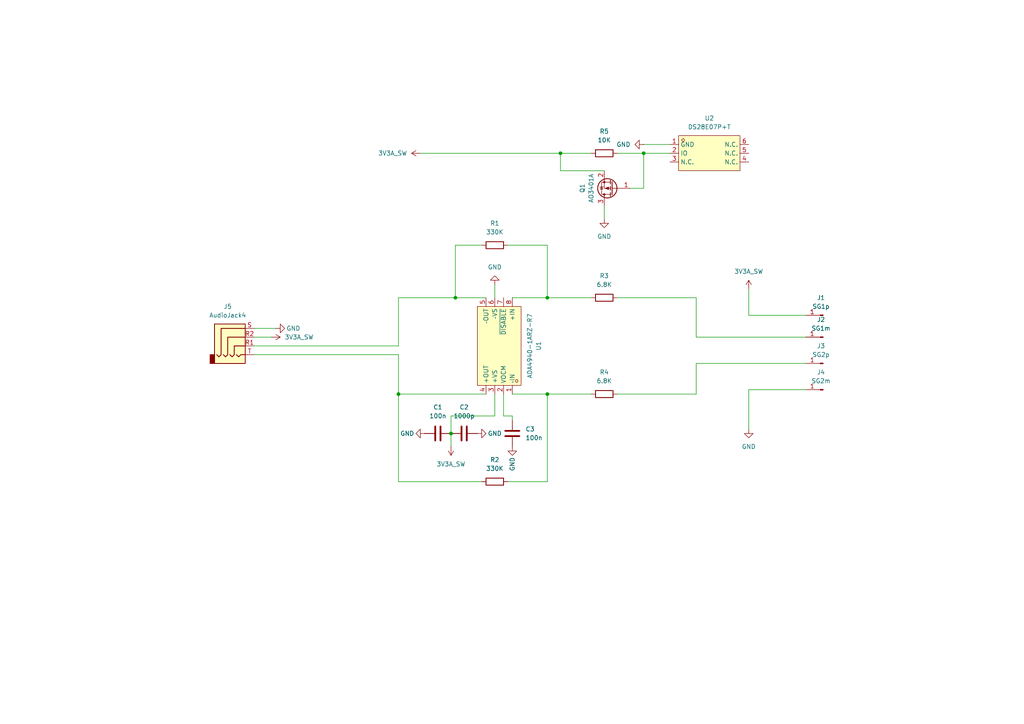
<source format=kicad_sch>
(kicad_sch (version 20231120) (generator "eeschema") (generator_version "8.0")
  (paper "A4")
  (lib_symbols
    (symbol "Connector:Conn_01x01_Pin" (pin_names (offset 1.016) hide)
      (property "Reference" "J" (at 0 2.54 0))
      (property "Value" "Conn_01x01_Pin" (at 0 -2.54 0))
      (symbol "Conn_01x01_Pin_1_1"
        (polyline (pts (xy 1.27 0) (xy 0.8636 0)) (stroke (width 0.1524)))
        (rectangle (start 0.8636 0.127) (end 0 -0.127) (stroke (width 0.1524)) (fill (type outline)))
        (pin passive line (at 5.08 0 180) (length 3.81) (name "Pin_1") (number "1"))
      )
    )
    (symbol "Connector_Audio:AudioJack4"
      (property "Reference" "J" (at 0 8.89 0))
      (property "Value" "AudioJack4" (at 0 6.35 0))
      (symbol "AudioJack4_0_1"
        (rectangle (start -6.35 -5.08) (end -7.62 -7.62) (stroke (width 0.254)) (fill (type outline)))
        (polyline (pts (xy 0 -5.08) (xy 0.635 -5.715) (xy 1.27 -5.08) (xy 2.54 -5.08)) (stroke (width 0.254)))
        (polyline (pts (xy -5.715 -5.08) (xy -5.08 -5.715) (xy -4.445 -5.08) (xy -4.445 2.54) (xy 2.54 2.54)) (stroke (width 0.254)))
        (polyline (pts (xy -1.905 -5.08) (xy -1.27 -5.715) (xy -0.635 -5.08) (xy -0.635 -2.54) (xy 2.54 -2.54)) (stroke (width 0.254)))
        (polyline (pts (xy 2.54 0) (xy -2.54 0) (xy -2.54 -5.08) (xy -3.175 -5.715) (xy -3.81 -5.08)) (stroke (width 0.254)))
        (rectangle (start 2.54 3.81) (end -6.35 -7.62) (stroke (width 0.254)) (fill (type background)))
      )
      (symbol "AudioJack4_1_1"
        (pin passive line (at 5.08 -2.54 180) (length 2.54) (name "~") (number "R1"))
        (pin passive line (at 5.08 0 180) (length 2.54) (name "~") (number "R2"))
        (pin passive line (at 5.08 2.54 180) (length 2.54) (name "~") (number "S"))
        (pin passive line (at 5.08 -5.08 180) (length 2.54) (name "~") (number "T"))
      )
    )
    (symbol "Device:C" (pin_numbers hide) (pin_names (offset 0.254))
      (property "Reference" "C" (at 0.635 2.54 0))
      (property "Value" "C" (at 0.635 -2.54 0))
      (symbol "C_0_1"
        (polyline (pts (xy -2.032 -0.762) (xy 2.032 -0.762)) (stroke (width 0.508)))
        (polyline (pts (xy -2.032 0.762) (xy 2.032 0.762)) (stroke (width 0.508)))
      )
      (symbol "C_1_1"
        (pin passive line (at 0 3.81 270) (length 2.794) (name "~") (number "1"))
        (pin passive line (at 0 -3.81 90) (length 2.794) (name "~") (number "2"))
      )
    )
    (symbol "Device:R" (pin_numbers hide) (pin_names (offset 0))
      (property "Reference" "R" (at 2.032 0 90))
      (property "Value" "R" (at 0 0 90))
      (symbol "R_0_1"
        (rectangle (start -1.016 -2.54) (end 1.016 2.54) (stroke (width 0.254)))
      )
      (symbol "R_1_1"
        (pin passive line (at 0 3.81 270) (length 1.27) (name "~") (number "1"))
        (pin passive line (at 0 -3.81 90) (length 1.27) (name "~") (number "2"))
      )
    )
    (symbol "Rocketry_Easyeda:ADA4940-1ARZ-R7"
      (property "Reference" "U" (at 0 7.62 0))
      (property "Value" "ADA4940-1ARZ-R7" (at 0 -10.16 0))
      (symbol "ADA4940-1ARZ-R7_0_1"
        (rectangle (start -12.7 5.08) (end 10.16 -7.62) (fill (type background)))
        (circle (center -11.43 3.81) (radius 0.38))
        (pin unspecified line (at -15.24 2.54 0) (length 2.54) (name "–IN") (number "1"))
        (pin unspecified line (at -15.24 0 0) (length 2.54) (name "VOCM") (number "2"))
        (pin unspecified line (at -15.24 -2.54 0) (length 2.54) (name "+VS") (number "3"))
        (pin unspecified line (at -15.24 -5.08 0) (length 2.54) (name "+OUT") (number "4"))
        (pin unspecified line (at 12.7 -5.08 180) (length 2.54) (name "–OUT") (number "5"))
        (pin unspecified line (at 12.7 -2.54 180) (length 2.54) (name "–VS") (number "6"))
        (pin unspecified line (at 12.7 0 180) (length 2.54) (name "~{DISABLE}") (number "7"))
        (pin unspecified line (at 12.7 2.54 180) (length 2.54) (name "+IN") (number "8"))
      )
    )
    (symbol "Rocketry_Easyeda:DS28E07P+T"
      (property "Reference" "U" (at 0 7.62 0))
      (property "Value" "DS28E07P+T" (at 0 -7.62 0))
      (symbol "DS28E07P+T_0_1"
        (rectangle (start -8.89 5.08) (end 8.89 -5.08) (fill (type background)))
        (circle (center -7.62 3.81) (radius 0.38))
        (pin unspecified line (at -11.43 2.54 0) (length 2.54) (name "GND") (number "1"))
        (pin unspecified line (at -11.43 0 0) (length 2.54) (name "IO") (number "2"))
        (pin unspecified line (at -11.43 -2.54 0) (length 2.54) (name "N.C.") (number "3"))
        (pin unspecified line (at 11.43 -2.54 180) (length 2.54) (name "N.C.") (number "4"))
        (pin unspecified line (at 11.43 0 180) (length 2.54) (name "N.C.") (number "5"))
        (pin unspecified line (at 11.43 2.54 180) (length 2.54) (name "N.C.") (number "6"))
      )
    )
    (symbol "Transistor_FET:AO3401A" (pin_names hide)
      (property "Reference" "Q" (at 5.08 1.905 0))
      (property "Value" "AO3401A" (at 5.08 0 0))
      (symbol "AO3401A_0_1"
        (polyline (pts (xy 0.254 0) (xy -2.54 0)))
        (polyline (pts (xy 0.254 1.905) (xy 0.254 -1.905)) (stroke (width 0.254)))
        (polyline (pts (xy 0.762 -1.27) (xy 0.762 -2.286)) (stroke (width 0.254)))
        (polyline (pts (xy 0.762 0.508) (xy 0.762 -0.508)) (stroke (width 0.254)))
        (polyline (pts (xy 0.762 2.286) (xy 0.762 1.27)) (stroke (width 0.254)))
        (polyline (pts (xy 2.54 2.54) (xy 2.54 1.778)))
        (polyline (pts (xy 2.54 -2.54) (xy 2.54 0) (xy 0.762 0)))
        (polyline (pts (xy 0.762 1.778) (xy 3.302 1.778) (xy 3.302 -1.778) (xy 0.762 -1.778)))
        (polyline (pts (xy 2.286 0) (xy 1.27 0.381) (xy 1.27 -0.381) (xy 2.286 0)) (fill (type outline)))
        (polyline (pts (xy 2.794 -0.508) (xy 2.921 -0.381) (xy 3.683 -0.381) (xy 3.81 -0.254)))
        (polyline (pts (xy 3.302 -0.381) (xy 2.921 0.254) (xy 3.683 0.254) (xy 3.302 -0.381)))
        (circle (center 1.651 0) (radius 2.794) (stroke (width 0.254)))
        (circle (center 2.54 -1.778) (radius 0.254) (fill (type outline)))
        (circle (center 2.54 1.778) (radius 0.254) (fill (type outline)))
      )
      (symbol "AO3401A_1_1"
        (pin input line (at -5.08 0 0) (length 2.54) (name "G") (number "1"))
        (pin passive line (at 2.54 -5.08 90) (length 2.54) (name "S") (number "2"))
        (pin passive line (at 2.54 5.08 270) (length 2.54) (name "D") (number "3"))
      )
    )
    (symbol "power:+3.3V" (power) (pin_numbers hide) (pin_names (offset 0) hide)
      (property "Value" "+3.3V" (at 0 3.556 0))
      (symbol "+3.3V_0_1"
        (polyline (pts (xy -0.762 1.27) (xy 0 2.54)))
        (polyline (pts (xy 0 0) (xy 0 2.54)))
        (polyline (pts (xy 0 2.54) (xy 0.762 1.27)))
      )
      (symbol "+3.3V_1_1"
        (pin power_in line (at 0 0 90) (length 0) (name "~") (number "1"))
      )
    )
    (symbol "power:GND" (power) (pin_numbers hide) (pin_names (offset 0) hide)
      (property "Value" "GND" (at 0 -3.81 0))
      (symbol "GND_0_1"
        (polyline (pts (xy 0 0) (xy 0 -1.27) (xy 1.27 -1.27) (xy 0 -2.54) (xy -1.27 -1.27) (xy 0 -1.27)))
      )
      (symbol "GND_1_1"
        (pin power_in line (at 0 0 270) (length 0) (name "~") (number "1"))
      )
    )
  )
  (junction (at 158.75 114.3))
  (junction (at 162.56 44.45))
  (junction (at 186.69 44.45))
  (junction (at 115.57 114.3))
  (junction (at 130.81 125.73))
  (junction (at 158.75 86.36))
  (junction (at 132.08 86.36))
  (wire (pts (xy 201.93 105.41) (xy 233.68 105.41)))
  (wire (pts (xy 143.51 114.3) (xy 143.51 120.65)))
  (wire (pts (xy 158.75 139.7) (xy 147.32 139.7)))
  (wire (pts (xy 143.51 82.55) (xy 143.51 86.36)))
  (wire (pts (xy 186.69 54.61) (xy 186.69 44.45)))
  (wire (pts (xy 148.59 114.3) (xy 158.75 114.3)))
  (wire (pts (xy 186.69 41.91) (xy 194.31 41.91)))
  (wire (pts (xy 217.17 113.03) (xy 233.68 113.03)))
  (wire (pts (xy 175.26 49.53) (xy 162.56 49.53)))
  (wire (pts (xy 73.66 102.87) (xy 115.57 102.87)))
  (wire (pts (xy 201.93 114.3) (xy 179.07 114.3)))
  (wire (pts (xy 217.17 91.44) (xy 233.68 91.44)))
  (wire (pts (xy 115.57 102.87) (xy 115.57 114.3)))
  (wire (pts (xy 201.93 114.3) (xy 201.93 105.41)))
  (wire (pts (xy 217.17 83.82) (xy 217.17 91.44)))
  (wire (pts (xy 158.75 71.12) (xy 147.32 71.12)))
  (wire (pts (xy 217.17 113.03) (xy 217.17 124.46)))
  (wire (pts (xy 201.93 97.79) (xy 233.68 97.79)))
  (wire (pts (xy 121.92 44.45) (xy 162.56 44.45)))
  (wire (pts (xy 115.57 86.36) (xy 132.08 86.36)))
  (wire (pts (xy 175.26 59.69) (xy 175.26 63.5)))
  (wire (pts (xy 130.81 120.65) (xy 130.81 125.73)))
  (wire (pts (xy 148.59 121.92) (xy 148.59 120.65)))
  (wire (pts (xy 162.56 49.53) (xy 162.56 44.45)))
  (wire (pts (xy 115.57 100.33) (xy 73.66 100.33)))
  (wire (pts (xy 158.75 114.3) (xy 158.75 139.7)))
  (wire (pts (xy 130.81 120.65) (xy 143.51 120.65)))
  (wire (pts (xy 73.66 95.25) (xy 80.01 95.25)))
  (wire (pts (xy 162.56 44.45) (xy 171.45 44.45)))
  (wire (pts (xy 115.57 114.3) (xy 140.97 114.3)))
  (wire (pts (xy 179.07 44.45) (xy 186.69 44.45)))
  (wire (pts (xy 73.66 97.79) (xy 78.74 97.79)))
  (wire (pts (xy 146.05 114.3) (xy 146.05 120.65)))
  (wire (pts (xy 115.57 139.7) (xy 139.7 139.7)))
  (wire (pts (xy 201.93 86.36) (xy 201.93 97.79)))
  (wire (pts (xy 186.69 44.45) (xy 194.31 44.45)))
  (wire (pts (xy 158.75 86.36) (xy 158.75 71.12)))
  (wire (pts (xy 182.88 54.61) (xy 186.69 54.61)))
  (wire (pts (xy 140.97 86.36) (xy 132.08 86.36)))
  (wire (pts (xy 201.93 86.36) (xy 179.07 86.36)))
  (wire (pts (xy 115.57 114.3) (xy 115.57 139.7)))
  (wire (pts (xy 115.57 86.36) (xy 115.57 100.33)))
  (wire (pts (xy 132.08 71.12) (xy 139.7 71.12)))
  (wire (pts (xy 158.75 114.3) (xy 171.45 114.3)))
  (wire (pts (xy 148.59 120.65) (xy 146.05 120.65)))
  (wire (pts (xy 132.08 86.36) (xy 132.08 71.12)))
  (wire (pts (xy 130.81 125.73) (xy 130.81 129.54)))
  (wire (pts (xy 148.59 86.36) (xy 158.75 86.36)))
  (wire (pts (xy 158.75 86.36) (xy 171.45 86.36)))
  (symbol (lib_id "Device:R") (at 175.26 86.36 90) (unit 1)
    (property "Reference" "R3" (at 175.26 80.01 90))
    (property "Value" "6.8K" (at 175.26 82.55 90))
    (property "Footprint" "Resistor_SMD:R_0603_1608Metric_Pad0.98x0.95mm_HandSolder" (effects (hide yes)))
    (property "Description" "Resistor" (effects (hide yes)))
  )
  (symbol (lib_id "Device:R") (at 175.26 44.45 90) (unit 1)
    (property "Reference" "R5" (at 175.26 38.1 90))
    (property "Value" "10K" (at 175.26 40.64 90))
    (property "Footprint" "Resistor_SMD:R_0402_1005Metric_Pad0.72x0.64mm_HandSolder" (effects (hide yes)))
    (property "Description" "Resistor" (effects (hide yes)))
  )
  (symbol (lib_id "Device:C") (at 148.59 125.73 180) (unit 1)
    (property "Reference" "C3" (at 152.4 124.46 0) (effects (justify right)))
    (property "Value" "100n" (at 152.4 127 0) (effects (justify right)))
    (property "Footprint" "Capacitor_SMD:C_0402_1005Metric" (effects (hide yes)))
    (property "Description" "Unpolarized capacitor" (effects (hide yes)))
  )
  (symbol (lib_id "power:GND") (at 143.51 82.55 180) (unit 1)
    (property "Reference" "#PWR07" (effects (hide yes)))
    (property "Value" "GND" (at 143.51 77.47 0))
    (property "Description" "Power symbol creates a global label with name \"GND\" , ground" (effects (hide yes)))
  )
  (symbol (lib_id "Device:R") (at 175.26 114.3 90) (unit 1)
    (property "Reference" "R4" (at 175.26 107.95 90))
    (property "Value" "6.8K" (at 175.26 110.49 90))
    (property "Footprint" "Resistor_SMD:R_0603_1608Metric_Pad0.98x0.95mm_HandSolder" (effects (hide yes)))
    (property "Description" "Resistor" (effects (hide yes)))
  )
  (symbol (lib_id "power:GND") (at 148.59 129.54 0) (unit 1)
    (property "Reference" "#PWR08" (effects (hide yes)))
    (property "Value" "GND" (at 148.59 134.62 90))
    (property "Description" "Power symbol creates a global label with name \"GND\" , ground" (effects (hide yes)))
  )
  (symbol (lib_id "power:+3.3V") (at 130.81 129.54 0) (mirror x) (unit 1)
    (property "Reference" "#PWR04" (effects (hide yes)))
    (property "Value" "3V3A_SW" (at 130.81 134.62 0))
    (property "Description" "Power symbol creates a global label with name \"+3.3V\"" (effects (hide yes)))
  )
  (symbol (lib_id "Device:R") (at 143.51 139.7 90) (unit 1)
    (property "Reference" "R2" (at 143.51 133.35 90))
    (property "Value" "330K" (at 143.51 135.89 90))
    (property "Footprint" "Resistor_SMD:R_0603_1608Metric_Pad0.98x0.95mm_HandSolder" (effects (hide yes)))
    (property "Description" "Resistor" (effects (hide yes)))
  )
  (symbol (lib_id "Connector_Audio:AudioJack4") (at 68.58 97.79 0) (unit 1)
    (property "Reference" "J5" (at 66.04 88.9 0))
    (property "Value" "AudioJack4" (at 66.04 91.44 0))
    (property "Footprint" "Rocketry_Easyeda:AUDIO-TH_PJ-320A-4P-DIP" (effects (hide yes)))
    (property "Description" "Audio Jack, 4 Poles (TRRS)" (effects (hide yes)))
  )
  (symbol (lib_id "power:GND") (at 123.19 125.73 270) (unit 1)
    (property "Reference" "#PWR03" (effects (hide yes)))
    (property "Value" "GND" (at 118.11 125.73 90))
    (property "Description" "Power symbol creates a global label with name \"GND\" , ground" (effects (hide yes)))
  )
  (symbol (lib_id "Connector:Conn_01x01_Pin") (at 238.76 113.03 180) (unit 1)
    (property "Reference" "J4" (at 238.125 107.95 0))
    (property "Value" "SG2m" (at 238.125 110.49 0))
    (property "Footprint" "Connector_Wire:SolderWirePad_1x01_SMD_1x2mm" (effects (hide yes)))
    (property "Description" "Generic connector, single row, 01x01, script generated" (effects (hide yes)))
  )
  (symbol (lib_id "power:GND") (at 217.17 124.46 0) (mirror y) (unit 1)
    (property "Reference" "#PWR011" (effects (hide yes)))
    (property "Value" "GND" (at 217.17 129.54 0))
    (property "Description" "Power symbol creates a global label with name \"GND\" , ground" (effects (hide yes)))
  )
  (symbol (lib_id "Rocketry_Easyeda:DS28E07P+T") (at 205.74 44.45 0) (unit 1)
    (property "Reference" "U2" (at 205.74 34.29 0))
    (property "Value" "DS28E07P+T" (at 205.74 36.83 0))
    (property "Footprint" "Rocketry_Easyeda:TSOC-6_L3.9-W4.3-P1.27-BL" (effects (hide yes)))
    (property "LCSC Part" "C2063921" (effects (hide yes)))
  )
  (symbol (lib_id "power:GND") (at 138.43 125.73 90) (unit 1)
    (property "Reference" "#PWR06" (effects (hide yes)))
    (property "Value" "GND" (at 143.51 125.73 90))
    (property "Description" "Power symbol creates a global label with name \"GND\" , ground" (effects (hide yes)))
  )
  (symbol (lib_id "power:+3.3V") (at 217.17 83.82 0) (mirror y) (unit 1)
    (property "Reference" "#PWR012" (effects (hide yes)))
    (property "Value" "3V3A_SW" (at 217.17 78.74 0))
    (property "Description" "Power symbol creates a global label with name \"+3.3V\"" (effects (hide yes)))
  )
  (symbol (lib_id "power:+3.3V") (at 121.92 44.45 90) (mirror x) (unit 1)
    (property "Reference" "#PWR05" (effects (hide yes)))
    (property "Value" "3V3A_SW" (at 118.11 44.4499 90) (effects (justify left)))
    (property "Description" "Power symbol creates a global label with name \"+3.3V\"" (effects (hide yes)))
  )
  (symbol (lib_id "Connector:Conn_01x01_Pin") (at 238.76 91.44 180) (unit 1)
    (property "Reference" "J1" (at 238.125 86.36 0))
    (property "Value" "SG1p" (at 238.125 88.9 0))
    (property "Footprint" "Connector_Wire:SolderWirePad_1x01_SMD_1x2mm" (effects (hide yes)))
    (property "Description" "Generic connector, single row, 01x01, script generated" (effects (hide yes)))
  )
  (symbol (lib_id "Device:R") (at 143.51 71.12 90) (unit 1)
    (property "Reference" "R1" (at 143.51 64.77 90))
    (property "Value" "330K" (at 143.51 67.31 90))
    (property "Footprint" "Resistor_SMD:R_0603_1608Metric_Pad0.98x0.95mm_HandSolder" (effects (hide yes)))
    (property "Description" "Resistor" (effects (hide yes)))
  )
  (symbol (lib_id "Transistor_FET:AO3401A") (at 177.8 54.61 180) (unit 1)
    (property "Reference" "Q1" (at 168.91 54.61 90))
    (property "Value" "AO3401A" (at 171.45 54.61 90))
    (property "Footprint" "Package_TO_SOT_SMD:SOT-23" (effects (hide yes)))
    (property "Datasheet" "http://www.aosmd.com/pdfs/datasheet/AO3401A.pdf" (effects (hide yes)))
    (property "Description" "-4.0A Id, -30V Vds, P-Channel MOSFET, SOT-23" (effects (hide yes)))
  )
  (symbol (lib_id "power:GND") (at 175.26 63.5 0) (unit 1)
    (property "Reference" "#PWR09" (effects (hide yes)))
    (property "Value" "GND" (at 175.26 68.58 0))
    (property "Description" "Power symbol creates a global label with name \"GND\" , ground" (effects (hide yes)))
  )
  (symbol (lib_id "Connector:Conn_01x01_Pin") (at 238.76 105.41 180) (unit 1)
    (property "Reference" "J3" (at 238.125 100.33 0))
    (property "Value" "SG2p" (at 238.125 102.87 0))
    (property "Footprint" "Connector_Wire:SolderWirePad_1x01_SMD_1x2mm" (effects (hide yes)))
    (property "Description" "Generic connector, single row, 01x01, script generated" (effects (hide yes)))
  )
  (symbol (lib_id "power:+3.3V") (at 78.74 97.79 270) (mirror x) (unit 1)
    (property "Reference" "#PWR01" (effects (hide yes)))
    (property "Value" "3V3A_SW" (at 82.55 97.7899 90) (effects (justify left)))
    (property "Description" "Power symbol creates a global label with name \"+3.3V\"" (effects (hide yes)))
  )
  (symbol (lib_id "power:GND") (at 186.69 41.91 270) (unit 1)
    (property "Reference" "#PWR010" (effects (hide yes)))
    (property "Value" "GND" (at 182.88 41.9099 90) (effects (justify right)))
    (property "Description" "Power symbol creates a global label with name \"GND\" , ground" (effects (hide yes)))
  )
  (symbol (lib_id "Device:C") (at 134.62 125.73 270) (unit 1)
    (property "Reference" "C2" (at 134.62 118.11 90))
    (property "Value" "1000p" (at 134.62 120.65 90))
    (property "Footprint" "Capacitor_SMD:C_0402_1005Metric" (effects (hide yes)))
    (property "Description" "Unpolarized capacitor" (effects (hide yes)))
  )
  (symbol (lib_id "Rocketry_Easyeda:ADA4940-1ARZ-R7") (at 146.05 99.06 270) (mirror x) (unit 1)
    (property "Reference" "U1" (at 156.21 100.33 0))
    (property "Value" "ADA4940-1ARZ-R7" (at 153.67 100.33 0))
    (property "Footprint" "Rocketry_Easyeda:SOIC-8_L4.9-W3.9-P1.27-LS6.0-BL" (effects (hide yes)))
    (property "Datasheet" "https://lcsc.com/product-detail/Differential-OpAmps_Analog-Devices-ADI-LINEAR-ADA4940-1ARZ-R7_C730049.html" (effects (hide yes)))
    (property "LCSC Part" "C730049" (effects (hide yes)))
  )
  (symbol (lib_id "Connector:Conn_01x01_Pin") (at 238.76 97.79 180) (unit 1)
    (property "Reference" "J2" (at 238.125 92.71 0))
    (property "Value" "SG1m" (at 238.125 95.25 0))
    (property "Footprint" "Connector_Wire:SolderWirePad_1x01_SMD_1x2mm" (effects (hide yes)))
    (property "Description" "Generic connector, single row, 01x01, script generated" (effects (hide yes)))
  )
  (symbol (lib_id "power:GND") (at 80.01 95.25 90) (unit 1)
    (property "Reference" "#PWR02" (effects (hide yes)))
    (property "Value" "GND" (at 85.09 95.25 90))
    (property "Description" "Power symbol creates a global label with name \"GND\" , ground" (effects (hide yes)))
  )
  (symbol (lib_id "Device:C") (at 127 125.73 270) (unit 1)
    (property "Reference" "C1" (at 127 118.11 90))
    (property "Value" "100n" (at 127 120.65 90))
    (property "Footprint" "Capacitor_SMD:C_0402_1005Metric" (effects (hide yes)))
    (property "Description" "Unpolarized capacitor" (effects (hide yes)))
  )
)
</source>
